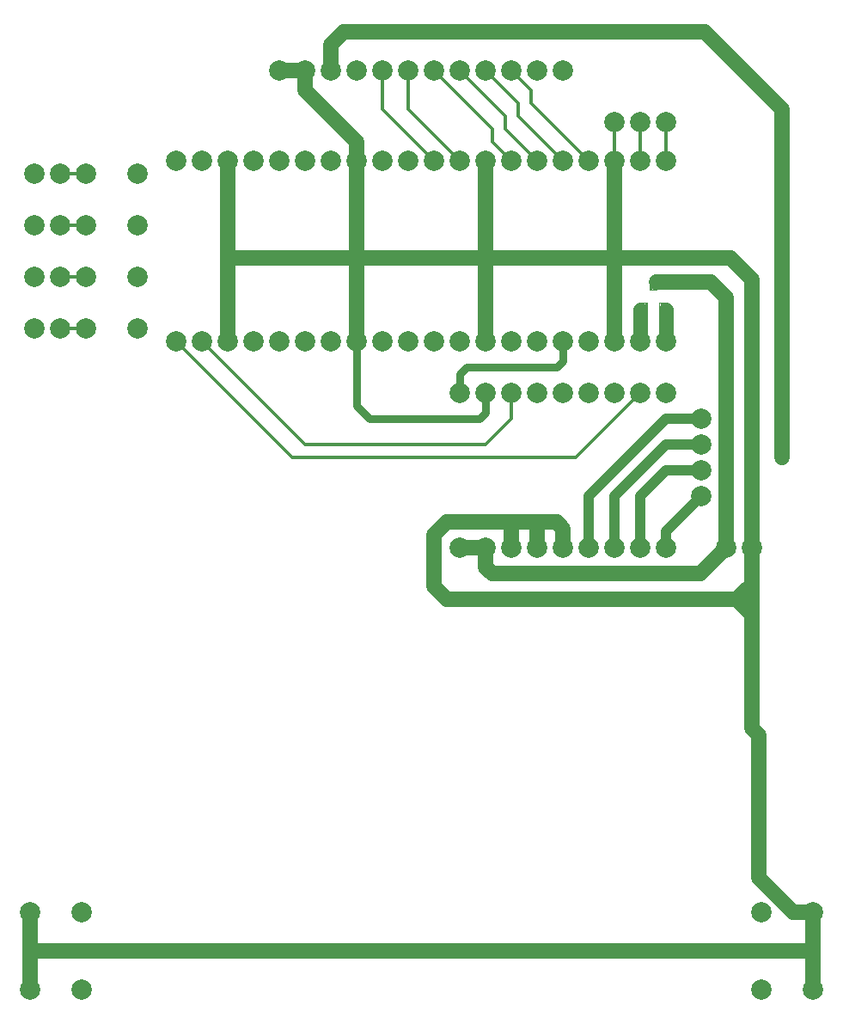
<source format=gbl>
G71*G90*G75*D02*
%ASAXBY*OFA0B0*MOMM*FSLAX44Y44*IPPOS*%
%ADD11C,0.100*%
%ADD14C,0.300*%
%ADD16C,0.800*%
%ADD18C,1.000*%
%ADD20C,1.400*%
%ADD21C,1.500*%
%ADD22C,2.000*%
G54D22*
G01X465500Y962300D03*
X516300D03*
X465500Y1038500D03*
X516300D03*
X1185500Y962300D03*
X1236300D03*
X1185500Y1038500D03*
X1236300D03*
G54D11*
X1076000Y1651700D02*
Y1659700D01*
X1083000D01*
Y1651700D01*
X1076000D01*
X1076950D02*
Y1659700D01*
X1077900Y1651700D02*
Y1659700D01*
X1078850Y1651700D02*
Y1659700D01*
X1079800Y1651700D02*
Y1659700D01*
X1080750Y1651700D02*
Y1659700D01*
X1081700Y1651700D02*
Y1659700D01*
X1082650Y1651700D02*
Y1659700D01*
X1066500Y1630700D02*
Y1638700D01*
X1073500D01*
Y1630700D01*
X1066500D01*
X1067450D02*
Y1638700D01*
X1068400Y1630700D02*
Y1638700D01*
X1069350Y1630700D02*
Y1638700D01*
X1070300Y1630700D02*
Y1638700D01*
X1071250Y1630700D02*
Y1638700D01*
X1072200Y1630700D02*
Y1638700D01*
X1073150Y1630700D02*
Y1638700D01*
X1085500Y1630700D02*
Y1638700D01*
X1092500D01*
Y1630700D01*
X1085500D01*
X1086450D02*
Y1638700D01*
X1087400Y1630700D02*
Y1638700D01*
X1088350Y1630700D02*
Y1638700D01*
X1089300Y1630700D02*
Y1638700D01*
X1090250Y1630700D02*
Y1638700D01*
X1091200Y1630700D02*
Y1638700D01*
X1092150Y1630700D02*
Y1638700D01*
G54D20*
X1066800Y1600200D02*
Y1632200D01*
X1092200Y1600200D02*
Y1632200D01*
G54D21*
X889000Y1397000D02*
X914400D01*
X939800D02*
Y1422400D01*
X965200Y1397000D02*
Y1422400D01*
X990600Y1397000D02*
Y1416050D01*
X984250Y1422400D01*
X876300D01*
X863600Y1409700D01*
Y1358900D01*
X876300Y1346200D01*
X914400Y1397000D02*
Y1377950D01*
X920750Y1371600D01*
X1236300Y962300D02*
Y1038500D01*
X1183400Y1072200D02*
X1217100Y1038500D01*
X1236300D01*
G54D22*
X1176600Y1397000D03*
X1151200D03*
G54D21*
X1176600D02*
Y1219200D01*
X1183400Y1212400D02*
Y1072200D01*
X1176600Y1219200D02*
X1183400Y1212400D01*
X876300Y1346200D02*
X1176600D01*
X1161600D02*
X1176600Y1361200D01*
X1161600Y1346200D02*
X1176600Y1331200D01*
X920750Y1371600D02*
X1125800D01*
X1151200Y1397000D01*
X1083000Y1658700D02*
X1136200D01*
X1151200Y1643700D01*
Y1397000D01*
G54D22*
X1126700Y1524000D03*
Y1498600D03*
Y1473200D03*
Y1447800D03*
G54D18*
X1092200Y1397000D02*
Y1413300D01*
X1126700Y1447800D01*
X1092200Y1524000D02*
X1126700D01*
X1016000Y1397000D02*
Y1447800D01*
X1092200Y1524000D01*
Y1498600D02*
X1126700D01*
X1041400Y1397000D02*
Y1447800D01*
X1092200Y1498600D01*
X1066800Y1397000D02*
Y1447800D01*
X1092200Y1473200D01*
X1126700D01*
G54D21*
X465500Y1038500D02*
Y962300D01*
G54D16*
X990600Y1581150D02*
Y1600200D01*
X984250Y1574800D02*
X990600Y1581150D01*
X889000Y1549400D02*
Y1568450D01*
X895350Y1574800D01*
X984250D01*
G54D21*
X660400Y1778000D02*
Y1600200D01*
X787400Y1778000D02*
Y1600200D01*
X914400Y1778000D02*
Y1600200D01*
X1155700Y1682750D02*
X660400D01*
X1176600Y1397000D02*
Y1661850D01*
X1155700Y1682750D01*
G54D16*
X908050Y1524000D02*
X914400Y1530350D01*
Y1549400D01*
X787400Y1600200D02*
Y1536700D01*
X800100Y1524000D01*
X908050D01*
G54D14*
X939800Y1549400D02*
Y1524000D01*
X635000Y1600200D02*
X736600Y1498600D01*
X914400D02*
X736600D01*
X939800Y1524000D02*
X914400Y1498600D01*
X1003300Y1485900D02*
X1066800Y1549400D01*
X609600Y1600200D02*
X723900Y1485900D01*
X1003300D01*
G54D21*
X465500Y1000400D02*
X1236300D01*
G54D22*
X1092200Y1397000D03*
X1066800D03*
X1041400D03*
X1016000D03*
X990600D03*
X965200D03*
X939800D03*
X914400D03*
X889000D03*
X1092200Y1549400D03*
X1066800D03*
X1041400D03*
X1016000D03*
X990600D03*
X965200D03*
X939800D03*
X914400D03*
X889000D03*
X990600Y1778000D03*
X1016000D03*
X1041400D03*
X1066800D03*
X1092200D03*
X863600D03*
X889000D03*
X914400D03*
X939800D03*
X965200D03*
X736600D03*
X762000D03*
X787400D03*
X812800D03*
X838200D03*
X609600D03*
X635000D03*
X660400D03*
X685800D03*
X711200D03*
X990600Y1600200D03*
X1016000D03*
X1041400D03*
X1066800D03*
X1092200D03*
X863600D03*
X889000D03*
X914400D03*
X939800D03*
X965200D03*
X736600D03*
X762000D03*
X787400D03*
X812800D03*
X838200D03*
X609600D03*
X635000D03*
X660400D03*
X685800D03*
X711200D03*
X736600Y1866900D03*
X762000D03*
X787400D03*
X812800D03*
X838200D03*
X863600D03*
X889000D03*
X914400D03*
X939800D03*
X965200D03*
G54D21*
X736600Y1847850D02*
X787400Y1797050D01*
X736600Y1866900D02*
Y1847850D01*
X787400Y1797050D02*
Y1778000D01*
G54D14*
X1016000D02*
X958850Y1835150D01*
X990600Y1778000D02*
X946150Y1822450D01*
X939800Y1778000D02*
X920750Y1797050D01*
X965200Y1778000D02*
X933450Y1809750D01*
X495300Y1765300D02*
X520700D01*
X495300Y1714500D02*
X520700D01*
X495300Y1663700D02*
X520700D01*
X495300Y1612900D02*
X520700D01*
G54D22*
X495300Y1765300D03*
X469900D03*
X495300Y1714500D03*
X469900D03*
X495300Y1663700D03*
X469900D03*
Y1612900D03*
X495300D03*
X520700D03*
X571500D03*
X520700Y1663700D03*
X571500D03*
X520700Y1714500D03*
X571500D03*
X520700Y1765300D03*
X571500D03*
G54D14*
X1041400Y1778000D02*
Y1816100D01*
G54D22*
D03*
G54D14*
X1066800Y1778000D02*
Y1816100D01*
G54D22*
D03*
G54D14*
X1092200Y1778000D02*
Y1816100D01*
G54D22*
D03*
X711200Y1866900D03*
X990600D03*
G54D14*
X958850Y1847850D02*
X939800Y1866900D01*
X958850Y1835150D02*
Y1847850D01*
X946150Y1822450D02*
Y1835150D01*
X914400Y1866900D01*
X933450Y1809750D02*
Y1822450D01*
X889000Y1866900D01*
X920750Y1797050D02*
Y1809750D01*
X863600Y1866900D01*
X889000Y1778000D02*
X838200Y1828800D01*
Y1866900D01*
X812800D02*
Y1828800D01*
X863600Y1778000D01*
G54D21*
X736600Y1866900D02*
X711200D01*
X1206500Y1485900D02*
Y1828800D01*
X1130300Y1905000D01*
X1041400Y1600200D02*
Y1778000D01*
X762000Y1892300D02*
Y1866900D01*
X774700Y1905000D02*
X762000Y1892300D01*
X1130300Y1905000D02*
X774700D01*
G01X0Y0D02*
M02*

</source>
